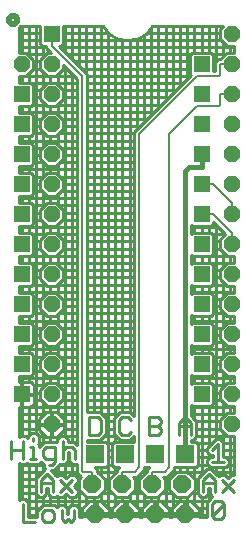
<source format=gbr>
G04 EAGLE Gerber RS-274X export*
G75*
%MOMM*%
%FSLAX34Y34*%
%LPD*%
%INTop Copper*%
%IPPOS*%
%AMOC8*
5,1,8,0,0,1.08239X$1,22.5*%
G01*
%ADD10C,0.406400*%
%ADD11C,0.254000*%
%ADD12P,1.429621X8X22.500000*%
%ADD13R,1.320800X1.320800*%
%ADD14R,1.524000X1.524000*%
%ADD15P,1.649562X8X22.500000*%
%ADD16C,0.381000*%
%ADD17C,0.203200*%


D10*
X-11212Y431800D02*
X-11210Y431919D01*
X-11204Y432039D01*
X-11194Y432158D01*
X-11180Y432276D01*
X-11162Y432394D01*
X-11141Y432512D01*
X-11115Y432628D01*
X-11086Y432744D01*
X-11052Y432859D01*
X-11015Y432972D01*
X-10974Y433084D01*
X-10930Y433195D01*
X-10882Y433305D01*
X-10830Y433412D01*
X-10775Y433518D01*
X-10716Y433622D01*
X-10653Y433724D01*
X-10588Y433823D01*
X-10519Y433921D01*
X-10447Y434016D01*
X-10372Y434109D01*
X-10293Y434199D01*
X-10212Y434287D01*
X-10128Y434371D01*
X-10041Y434453D01*
X-9952Y434532D01*
X-9860Y434608D01*
X-9765Y434681D01*
X-9668Y434751D01*
X-9569Y434817D01*
X-9467Y434880D01*
X-9364Y434940D01*
X-9259Y434996D01*
X-9152Y435049D01*
X-9043Y435098D01*
X-8932Y435144D01*
X-8820Y435185D01*
X-8707Y435223D01*
X-8593Y435258D01*
X-8477Y435288D01*
X-8361Y435315D01*
X-8244Y435337D01*
X-8126Y435356D01*
X-8007Y435371D01*
X-7888Y435382D01*
X-7769Y435389D01*
X-7650Y435392D01*
X-7530Y435391D01*
X-7411Y435386D01*
X-7292Y435377D01*
X-7173Y435364D01*
X-7055Y435347D01*
X-6938Y435327D01*
X-6821Y435302D01*
X-6705Y435273D01*
X-6590Y435241D01*
X-6476Y435205D01*
X-6363Y435165D01*
X-6252Y435121D01*
X-6143Y435074D01*
X-6035Y435023D01*
X-5928Y434969D01*
X-5824Y434911D01*
X-5722Y434849D01*
X-5621Y434785D01*
X-5523Y434716D01*
X-5427Y434645D01*
X-5334Y434571D01*
X-5243Y434493D01*
X-5155Y434413D01*
X-5070Y434329D01*
X-4987Y434243D01*
X-4907Y434154D01*
X-4830Y434063D01*
X-4757Y433969D01*
X-4686Y433872D01*
X-4619Y433774D01*
X-4555Y433673D01*
X-4494Y433570D01*
X-4437Y433465D01*
X-4384Y433359D01*
X-4334Y433250D01*
X-4287Y433140D01*
X-4245Y433029D01*
X-4206Y432916D01*
X-4170Y432802D01*
X-4139Y432686D01*
X-4112Y432570D01*
X-4088Y432453D01*
X-4068Y432335D01*
X-4052Y432217D01*
X-4040Y432098D01*
X-4032Y431979D01*
X-4028Y431860D01*
X-4028Y431740D01*
X-4032Y431621D01*
X-4040Y431502D01*
X-4052Y431383D01*
X-4068Y431265D01*
X-4088Y431147D01*
X-4112Y431030D01*
X-4139Y430914D01*
X-4170Y430798D01*
X-4206Y430684D01*
X-4245Y430571D01*
X-4287Y430460D01*
X-4334Y430350D01*
X-4384Y430241D01*
X-4437Y430135D01*
X-4494Y430030D01*
X-4555Y429927D01*
X-4619Y429826D01*
X-4686Y429728D01*
X-4757Y429631D01*
X-4830Y429537D01*
X-4907Y429446D01*
X-4987Y429357D01*
X-5070Y429271D01*
X-5155Y429187D01*
X-5243Y429107D01*
X-5334Y429029D01*
X-5427Y428955D01*
X-5523Y428884D01*
X-5621Y428815D01*
X-5722Y428751D01*
X-5824Y428689D01*
X-5928Y428631D01*
X-6035Y428577D01*
X-6143Y428526D01*
X-6252Y428479D01*
X-6363Y428435D01*
X-6476Y428395D01*
X-6590Y428359D01*
X-6705Y428327D01*
X-6821Y428298D01*
X-6938Y428273D01*
X-7055Y428253D01*
X-7173Y428236D01*
X-7292Y428223D01*
X-7411Y428214D01*
X-7530Y428209D01*
X-7650Y428208D01*
X-7769Y428211D01*
X-7888Y428218D01*
X-8007Y428229D01*
X-8126Y428244D01*
X-8244Y428263D01*
X-8361Y428285D01*
X-8477Y428312D01*
X-8593Y428342D01*
X-8707Y428377D01*
X-8820Y428415D01*
X-8932Y428456D01*
X-9043Y428502D01*
X-9152Y428551D01*
X-9259Y428604D01*
X-9364Y428660D01*
X-9467Y428720D01*
X-9569Y428783D01*
X-9668Y428849D01*
X-9765Y428919D01*
X-9860Y428992D01*
X-9952Y429068D01*
X-10041Y429147D01*
X-10128Y429229D01*
X-10212Y429313D01*
X-10293Y429401D01*
X-10372Y429491D01*
X-10447Y429584D01*
X-10519Y429679D01*
X-10588Y429777D01*
X-10653Y429876D01*
X-10716Y429978D01*
X-10775Y430082D01*
X-10830Y430188D01*
X-10882Y430295D01*
X-10930Y430405D01*
X-10974Y430516D01*
X-11015Y430628D01*
X-11052Y430741D01*
X-11086Y430856D01*
X-11115Y430972D01*
X-11141Y431088D01*
X-11162Y431206D01*
X-11180Y431324D01*
X-11194Y431442D01*
X-11204Y431561D01*
X-11210Y431681D01*
X-11212Y431800D01*
D11*
X57150Y95263D02*
X57150Y80010D01*
X64777Y80010D01*
X67319Y82552D01*
X67319Y92721D01*
X64777Y95263D01*
X57150Y95263D01*
X90177Y95263D02*
X92719Y92721D01*
X90177Y95263D02*
X85092Y95263D01*
X82550Y92721D01*
X82550Y82552D01*
X85092Y80010D01*
X90177Y80010D01*
X92719Y82552D01*
X107950Y80010D02*
X107950Y95263D01*
X115577Y95263D01*
X118119Y92721D01*
X118119Y90179D01*
X115577Y87637D01*
X118119Y85094D01*
X118119Y82552D01*
X115577Y80010D01*
X107950Y80010D01*
X107950Y87637D02*
X115577Y87637D01*
X133350Y90179D02*
X133350Y80010D01*
X133350Y90179D02*
X138434Y95263D01*
X143519Y90179D01*
X143519Y80010D01*
X143519Y87637D02*
X133350Y87637D01*
X16510Y41919D02*
X16510Y31750D01*
X16510Y41919D02*
X21594Y47003D01*
X26679Y41919D01*
X26679Y31750D01*
X26679Y39377D02*
X16510Y39377D01*
X32882Y41919D02*
X43050Y31750D01*
X32882Y31750D02*
X43050Y41919D01*
X-8890Y59690D02*
X-8890Y74943D01*
X-8890Y67317D02*
X1279Y67317D01*
X1279Y74943D02*
X1279Y59690D01*
X7482Y69859D02*
X10024Y69859D01*
X10024Y59690D01*
X7482Y59690D02*
X12566Y59690D01*
X10024Y74943D02*
X10024Y77485D01*
X23480Y54606D02*
X26022Y54606D01*
X28565Y57148D01*
X28565Y69859D01*
X20938Y69859D01*
X18396Y67317D01*
X18396Y62232D01*
X20938Y59690D01*
X28565Y59690D01*
X34768Y59690D02*
X34768Y74943D01*
X37310Y69859D02*
X34768Y67317D01*
X37310Y69859D02*
X42394Y69859D01*
X44936Y67317D01*
X44936Y59690D01*
X1270Y21603D02*
X1270Y6350D01*
X11439Y6350D01*
X20184Y6350D02*
X25268Y6350D01*
X27810Y8892D01*
X27810Y13977D01*
X25268Y16519D01*
X20184Y16519D01*
X17642Y13977D01*
X17642Y8892D01*
X20184Y6350D01*
X34013Y8892D02*
X34013Y16519D01*
X34013Y8892D02*
X36555Y6350D01*
X39097Y8892D01*
X41640Y6350D01*
X44182Y8892D01*
X44182Y16519D01*
X153670Y31750D02*
X153670Y41919D01*
X158754Y47003D01*
X163839Y41919D01*
X163839Y31750D01*
X163839Y39377D02*
X153670Y39377D01*
X170042Y41919D02*
X180210Y31750D01*
X170042Y31750D02*
X180210Y41919D01*
X161290Y67319D02*
X166374Y72403D01*
X166374Y57150D01*
X161290Y57150D02*
X171459Y57150D01*
X161290Y21601D02*
X161290Y11432D01*
X161290Y21601D02*
X163832Y24143D01*
X168917Y24143D01*
X171459Y21601D01*
X171459Y11432D01*
X168917Y8890D01*
X163832Y8890D01*
X161290Y11432D01*
X171459Y21601D01*
D12*
X0Y393700D03*
D13*
X0Y368300D03*
X0Y342900D03*
X0Y317500D03*
X0Y292100D03*
X0Y266700D03*
X0Y241300D03*
X0Y215900D03*
X0Y190500D03*
X0Y165100D03*
X0Y139700D03*
X0Y114300D03*
X152400Y114300D03*
X152400Y139700D03*
X152400Y165100D03*
X152400Y190500D03*
X152400Y215900D03*
X152400Y241300D03*
X152400Y266700D03*
X152400Y292100D03*
X152400Y317500D03*
X152400Y342900D03*
X152400Y368300D03*
X152400Y393700D03*
X25400Y419100D03*
D12*
X25400Y393700D03*
X25400Y368300D03*
X25400Y342900D03*
X25400Y317500D03*
X25400Y292100D03*
X25400Y266700D03*
X25400Y241300D03*
X25400Y215900D03*
X25400Y190500D03*
X25400Y165100D03*
X25400Y139700D03*
X25400Y114300D03*
X25400Y88900D03*
X177800Y88900D03*
X177800Y114300D03*
X177800Y139700D03*
X177800Y165100D03*
X177800Y190500D03*
X177800Y215900D03*
X177800Y241300D03*
X177800Y266700D03*
X177800Y292100D03*
X177800Y317500D03*
X177800Y342900D03*
X177800Y368300D03*
X177800Y393700D03*
X177800Y419100D03*
D14*
X138430Y63500D03*
D15*
X135890Y38100D03*
X138430Y12700D03*
D14*
X113030Y63500D03*
D15*
X110490Y38100D03*
X113030Y12700D03*
D14*
X87630Y63500D03*
D15*
X85090Y38100D03*
X87630Y12700D03*
D14*
X62230Y63500D03*
D15*
X59690Y38100D03*
X62230Y12700D03*
D11*
X35306Y389597D02*
X35306Y393410D01*
X46914Y381802D01*
X46914Y71804D01*
X46830Y71888D01*
X44288Y74431D01*
X39339Y74431D01*
X39339Y76837D01*
X36661Y79515D01*
X32874Y79515D01*
X30196Y76837D01*
X30196Y74431D01*
X19044Y74431D01*
X17279Y72665D01*
X16366Y71752D01*
X16366Y71752D01*
X15589Y70976D01*
X14596Y69982D01*
X14596Y71752D01*
X13947Y72401D01*
X14596Y73049D01*
X14596Y79379D01*
X11918Y82057D01*
X8130Y82057D01*
X5452Y79379D01*
X5452Y77236D01*
X3172Y79515D01*
X-615Y79515D01*
X-1778Y78352D01*
X-1778Y103886D01*
X-762Y103886D01*
X-762Y113538D01*
X762Y113538D01*
X762Y103886D01*
X7106Y103886D01*
X8075Y104146D01*
X8943Y104647D01*
X9653Y105357D01*
X10154Y106225D01*
X10414Y107194D01*
X10414Y113538D01*
X762Y113538D01*
X762Y115062D01*
X10414Y115062D01*
X10414Y121406D01*
X10154Y122375D01*
X9653Y123243D01*
X8943Y123953D01*
X8075Y124454D01*
X7106Y124714D01*
X762Y124714D01*
X762Y115062D01*
X-762Y115062D01*
X-762Y124714D01*
X-1778Y124714D01*
X-1778Y129794D01*
X7972Y129794D01*
X9906Y131728D01*
X9906Y147672D01*
X7972Y149606D01*
X-1778Y149606D01*
X-1778Y155194D01*
X7972Y155194D01*
X9906Y157128D01*
X9906Y173072D01*
X7972Y175006D01*
X-1778Y175006D01*
X-1778Y180594D01*
X7972Y180594D01*
X9906Y182528D01*
X9906Y198472D01*
X7972Y200406D01*
X-1778Y200406D01*
X-1778Y205994D01*
X7972Y205994D01*
X9906Y207928D01*
X9906Y223872D01*
X7972Y225806D01*
X-1778Y225806D01*
X-1778Y231394D01*
X7972Y231394D01*
X9906Y233328D01*
X9906Y249272D01*
X7972Y251206D01*
X-1778Y251206D01*
X-1778Y256794D01*
X7972Y256794D01*
X9906Y258728D01*
X9906Y274672D01*
X7972Y276606D01*
X-1778Y276606D01*
X-1778Y282194D01*
X7972Y282194D01*
X9906Y284128D01*
X9906Y300072D01*
X7972Y302006D01*
X-1778Y302006D01*
X-1778Y307594D01*
X7972Y307594D01*
X9906Y309528D01*
X9906Y325472D01*
X7972Y327406D01*
X-1778Y327406D01*
X-1778Y332994D01*
X7972Y332994D01*
X9906Y334928D01*
X9906Y350872D01*
X7972Y352806D01*
X-1778Y352806D01*
X-1778Y358394D01*
X7972Y358394D01*
X9906Y360328D01*
X9906Y376272D01*
X7972Y378206D01*
X-1778Y378206D01*
X-1778Y383794D01*
X4103Y383794D01*
X9906Y389597D01*
X9906Y397803D01*
X4103Y403606D01*
X-1778Y403606D01*
X-1778Y425551D01*
X-1218Y425958D01*
X15494Y425958D01*
X15494Y411128D01*
X17428Y409194D01*
X21082Y409194D01*
X21082Y407634D01*
X25110Y403606D01*
X21297Y403606D01*
X15494Y397803D01*
X15494Y389597D01*
X21297Y383794D01*
X29503Y383794D01*
X35306Y389597D01*
X26162Y99314D02*
X26162Y89662D01*
X24638Y89662D01*
X24638Y99314D01*
X21086Y99314D01*
X14986Y93214D01*
X14986Y89662D01*
X24638Y89662D01*
X24638Y88138D01*
X14986Y88138D01*
X14986Y84586D01*
X21086Y78486D01*
X24638Y78486D01*
X24638Y88138D01*
X26162Y88138D01*
X26162Y78486D01*
X29714Y78486D01*
X35814Y84586D01*
X35814Y88138D01*
X26162Y88138D01*
X26162Y89662D01*
X35814Y89662D01*
X35814Y93214D01*
X29714Y99314D01*
X26162Y99314D01*
X35306Y364197D02*
X35306Y372403D01*
X29503Y378206D01*
X21297Y378206D01*
X15494Y372403D01*
X15494Y364197D01*
X21297Y358394D01*
X29503Y358394D01*
X35306Y364197D01*
X35306Y347003D02*
X35306Y338797D01*
X35306Y347003D02*
X29503Y352806D01*
X21297Y352806D01*
X15494Y347003D01*
X15494Y338797D01*
X21297Y332994D01*
X29503Y332994D01*
X35306Y338797D01*
X35306Y321603D02*
X35306Y313397D01*
X35306Y321603D02*
X29503Y327406D01*
X21297Y327406D01*
X15494Y321603D01*
X15494Y313397D01*
X21297Y307594D01*
X29503Y307594D01*
X35306Y313397D01*
X35306Y296203D02*
X35306Y287997D01*
X35306Y296203D02*
X29503Y302006D01*
X21297Y302006D01*
X15494Y296203D01*
X15494Y287997D01*
X21297Y282194D01*
X29503Y282194D01*
X35306Y287997D01*
X35306Y270803D02*
X35306Y262597D01*
X35306Y270803D02*
X29503Y276606D01*
X21297Y276606D01*
X15494Y270803D01*
X15494Y262597D01*
X21297Y256794D01*
X29503Y256794D01*
X35306Y262597D01*
X35306Y245403D02*
X35306Y237197D01*
X35306Y245403D02*
X29503Y251206D01*
X21297Y251206D01*
X15494Y245403D01*
X15494Y237197D01*
X21297Y231394D01*
X29503Y231394D01*
X35306Y237197D01*
X35306Y220003D02*
X35306Y211797D01*
X35306Y220003D02*
X29503Y225806D01*
X21297Y225806D01*
X15494Y220003D01*
X15494Y211797D01*
X21297Y205994D01*
X29503Y205994D01*
X35306Y211797D01*
X35306Y194603D02*
X35306Y186397D01*
X35306Y194603D02*
X29503Y200406D01*
X21297Y200406D01*
X15494Y194603D01*
X15494Y186397D01*
X21297Y180594D01*
X29503Y180594D01*
X35306Y186397D01*
X35306Y169203D02*
X35306Y160997D01*
X35306Y169203D02*
X29503Y175006D01*
X21297Y175006D01*
X15494Y169203D01*
X15494Y160997D01*
X21297Y155194D01*
X29503Y155194D01*
X35306Y160997D01*
X35306Y143803D02*
X35306Y135597D01*
X35306Y143803D02*
X29503Y149606D01*
X21297Y149606D01*
X15494Y143803D01*
X15494Y135597D01*
X21297Y129794D01*
X29503Y129794D01*
X35306Y135597D01*
X35306Y118403D02*
X35306Y110197D01*
X35306Y118403D02*
X29503Y124206D01*
X21297Y124206D01*
X15494Y118403D01*
X15494Y110197D01*
X21297Y104394D01*
X29503Y104394D01*
X35306Y110197D01*
X33372Y409194D02*
X31736Y409194D01*
X33372Y409194D02*
X35306Y411128D01*
X35306Y425958D01*
X68819Y425958D01*
X73912Y419888D01*
X73912Y419888D01*
X73912Y419888D01*
X81282Y415633D01*
X81282Y415633D01*
X89662Y414156D01*
X89662Y414156D01*
X98042Y415633D01*
X98042Y415633D01*
X105412Y419888D01*
X105412Y419888D01*
X110505Y425958D01*
X170649Y425958D01*
X167894Y423203D01*
X167894Y414997D01*
X173697Y409194D01*
X179578Y409194D01*
X179578Y403606D01*
X173697Y403606D01*
X168109Y398018D01*
X166334Y398018D01*
X163805Y395489D01*
X163805Y388341D01*
X162306Y388341D01*
X162306Y401672D01*
X160372Y403606D01*
X144428Y403606D01*
X142494Y401672D01*
X142494Y385728D01*
X143481Y384741D01*
X95476Y336736D01*
X95453Y336713D01*
X95453Y336713D01*
X95453Y334942D01*
X95453Y96452D01*
X94748Y97157D01*
X92070Y99835D01*
X83198Y99835D01*
X81433Y98070D01*
X80520Y97157D01*
X80520Y97157D01*
X79743Y96380D01*
X77978Y94615D01*
X77978Y80658D01*
X80520Y78116D01*
X83198Y75438D01*
X92070Y75438D01*
X93785Y77153D01*
X95453Y78821D01*
X95453Y74422D01*
X78642Y74422D01*
X76708Y72488D01*
X76708Y54512D01*
X78642Y52578D01*
X82768Y52578D01*
X80772Y50582D01*
X80772Y49022D01*
X80566Y49022D01*
X74168Y42624D01*
X74168Y33576D01*
X80566Y27178D01*
X89614Y27178D01*
X96012Y33576D01*
X96012Y42624D01*
X94161Y44475D01*
X97572Y44475D01*
X100101Y47004D01*
X104089Y50992D01*
X104089Y52578D01*
X108168Y52578D01*
X106172Y50582D01*
X106172Y49022D01*
X105966Y49022D01*
X99568Y42624D01*
X99568Y33576D01*
X105966Y27178D01*
X115014Y27178D01*
X121412Y33576D01*
X121412Y42624D01*
X119561Y44475D01*
X122972Y44475D01*
X125501Y47004D01*
X129489Y50992D01*
X129489Y52578D01*
X147418Y52578D01*
X149352Y54512D01*
X149352Y72488D01*
X147418Y74422D01*
X143637Y74422D01*
X143637Y75438D01*
X145412Y75438D01*
X148091Y78116D01*
X148091Y92072D01*
X145412Y94751D01*
X143637Y96526D01*
X143637Y105185D01*
X144428Y104394D01*
X160372Y104394D01*
X162306Y106328D01*
X162306Y122272D01*
X160372Y124206D01*
X144428Y124206D01*
X143637Y123415D01*
X143637Y130585D01*
X144428Y129794D01*
X160372Y129794D01*
X162306Y131728D01*
X162306Y147672D01*
X160372Y149606D01*
X144428Y149606D01*
X143637Y148815D01*
X143637Y155985D01*
X144428Y155194D01*
X160372Y155194D01*
X162306Y157128D01*
X162306Y173072D01*
X160372Y175006D01*
X144428Y175006D01*
X143637Y174215D01*
X143637Y181385D01*
X144428Y180594D01*
X160372Y180594D01*
X162306Y182528D01*
X162306Y198472D01*
X160372Y200406D01*
X144428Y200406D01*
X143637Y199615D01*
X143637Y206785D01*
X144428Y205994D01*
X160372Y205994D01*
X162306Y207928D01*
X162306Y223872D01*
X160372Y225806D01*
X144428Y225806D01*
X143637Y225015D01*
X143637Y232185D01*
X144428Y231394D01*
X160372Y231394D01*
X162306Y233328D01*
X162306Y249272D01*
X160372Y251206D01*
X144428Y251206D01*
X143637Y250415D01*
X143637Y257585D01*
X144428Y256794D01*
X160372Y256794D01*
X162306Y258728D01*
X162306Y260364D01*
X172581Y250090D01*
X167894Y245403D01*
X167894Y237197D01*
X173697Y231394D01*
X179578Y231394D01*
X179578Y225806D01*
X173697Y225806D01*
X167894Y220003D01*
X167894Y211797D01*
X173697Y205994D01*
X179578Y205994D01*
X179578Y200406D01*
X173697Y200406D01*
X167894Y194603D01*
X167894Y186397D01*
X173697Y180594D01*
X179578Y180594D01*
X179578Y175006D01*
X173697Y175006D01*
X167894Y169203D01*
X167894Y160997D01*
X173697Y155194D01*
X179578Y155194D01*
X179578Y149606D01*
X173697Y149606D01*
X167894Y143803D01*
X167894Y135597D01*
X173697Y129794D01*
X179578Y129794D01*
X179578Y124206D01*
X173697Y124206D01*
X167894Y118403D01*
X167894Y110197D01*
X173697Y104394D01*
X179578Y104394D01*
X179578Y98806D01*
X173697Y98806D01*
X167894Y93003D01*
X167894Y84797D01*
X173697Y78994D01*
X179578Y78994D01*
X179578Y46491D01*
X178316Y46491D01*
X175126Y43300D01*
X171935Y46491D01*
X168148Y46491D01*
X166940Y45283D01*
X165732Y46491D01*
X160648Y51575D01*
X156861Y51575D01*
X154182Y48897D01*
X149098Y43812D01*
X149098Y29856D01*
X151776Y27178D01*
X155564Y27178D01*
X158242Y29856D01*
X158242Y34805D01*
X159267Y34805D01*
X159267Y29856D01*
X161173Y27950D01*
X160223Y27000D01*
X159260Y26037D01*
X159260Y26037D01*
X158433Y25209D01*
X156718Y23495D01*
X156718Y10922D01*
X149860Y10922D01*
X149860Y11430D01*
X139700Y11430D01*
X139700Y13970D01*
X149860Y13970D01*
X149860Y17434D01*
X143164Y24130D01*
X139700Y24130D01*
X139700Y13970D01*
X137160Y13970D01*
X137160Y24130D01*
X133696Y24130D01*
X127000Y17434D01*
X127000Y13970D01*
X137160Y13970D01*
X137160Y11430D01*
X127000Y11430D01*
X127000Y10922D01*
X124460Y10922D01*
X124460Y11430D01*
X114300Y11430D01*
X114300Y13970D01*
X124460Y13970D01*
X124460Y17434D01*
X117764Y24130D01*
X114300Y24130D01*
X114300Y13970D01*
X111760Y13970D01*
X111760Y24130D01*
X108296Y24130D01*
X101600Y17434D01*
X101600Y13970D01*
X111760Y13970D01*
X111760Y11430D01*
X101600Y11430D01*
X101600Y10922D01*
X99060Y10922D01*
X99060Y11430D01*
X88900Y11430D01*
X88900Y13970D01*
X99060Y13970D01*
X99060Y17434D01*
X92364Y24130D01*
X88900Y24130D01*
X88900Y13970D01*
X86360Y13970D01*
X86360Y24130D01*
X82896Y24130D01*
X76200Y17434D01*
X76200Y13970D01*
X86360Y13970D01*
X86360Y11430D01*
X76200Y11430D01*
X76200Y10922D01*
X73660Y10922D01*
X73660Y11430D01*
X63500Y11430D01*
X63500Y13970D01*
X73660Y13970D01*
X73660Y17434D01*
X66964Y24130D01*
X63500Y24130D01*
X63500Y13970D01*
X60960Y13970D01*
X60960Y24130D01*
X57496Y24130D01*
X50800Y17434D01*
X50800Y13970D01*
X60960Y13970D01*
X60960Y11430D01*
X50800Y11430D01*
X50800Y10922D01*
X48754Y10922D01*
X48754Y18412D01*
X46076Y21091D01*
X42288Y21091D01*
X39610Y18412D01*
X39610Y13464D01*
X38585Y13464D01*
X38585Y18412D01*
X35907Y21091D01*
X32119Y21091D01*
X29641Y18612D01*
X27162Y21091D01*
X18290Y21091D01*
X16525Y19325D01*
X15612Y18412D01*
X15612Y18412D01*
X14835Y17636D01*
X13070Y15870D01*
X13070Y10922D01*
X5842Y10922D01*
X5842Y23497D01*
X3164Y26175D01*
X-624Y26175D01*
X-1778Y25021D01*
X-1778Y56281D01*
X-615Y55118D01*
X3172Y55118D01*
X4380Y56326D01*
X5588Y55118D01*
X14460Y55118D01*
X16752Y57410D01*
X18908Y55254D01*
X18908Y52712D01*
X20045Y51575D01*
X19701Y51575D01*
X17022Y48897D01*
X11938Y43812D01*
X11938Y29856D01*
X14616Y27178D01*
X18404Y27178D01*
X21082Y29856D01*
X21082Y34805D01*
X22107Y34805D01*
X22107Y29856D01*
X24785Y27178D01*
X28572Y27178D01*
X29780Y28386D01*
X30988Y27178D01*
X34775Y27178D01*
X37966Y30369D01*
X41156Y27178D01*
X44944Y27178D01*
X47622Y29856D01*
X47622Y33644D01*
X44432Y36834D01*
X47622Y40025D01*
X47622Y43812D01*
X44944Y46491D01*
X41156Y46491D01*
X37966Y43300D01*
X34775Y46491D01*
X30988Y46491D01*
X29780Y45283D01*
X28572Y46491D01*
X25029Y50034D01*
X27916Y50034D01*
X30458Y52576D01*
X33001Y55118D01*
X36661Y55118D01*
X39339Y57796D01*
X39339Y65287D01*
X40364Y65287D01*
X40364Y57796D01*
X43042Y55118D01*
X46830Y55118D01*
X46914Y55202D01*
X46914Y47563D01*
X47473Y47004D01*
X50002Y44475D01*
X50619Y44475D01*
X48768Y42624D01*
X48768Y33576D01*
X55166Y27178D01*
X64214Y27178D01*
X70612Y33576D01*
X70612Y42624D01*
X64214Y49022D01*
X64008Y49022D01*
X64008Y50582D01*
X62012Y52578D01*
X71218Y52578D01*
X73152Y54512D01*
X73152Y72488D01*
X71218Y74422D01*
X55550Y74422D01*
X55550Y75438D01*
X66670Y75438D01*
X68385Y77153D01*
X69212Y77980D01*
X69212Y77980D01*
X70176Y78943D01*
X71891Y80658D01*
X71891Y94615D01*
X69348Y97157D01*
X66670Y99835D01*
X55550Y99835D01*
X55550Y385380D01*
X53021Y387909D01*
X31736Y409194D01*
X156718Y69212D02*
X156718Y65425D01*
X159396Y62747D01*
X161802Y62747D01*
X161802Y61722D01*
X159396Y61722D01*
X156718Y59044D01*
X156718Y55256D01*
X159396Y52578D01*
X173352Y52578D01*
X176031Y55256D01*
X176031Y59044D01*
X173352Y61722D01*
X170946Y61722D01*
X170946Y74297D01*
X168268Y76975D01*
X164481Y76975D01*
X161802Y74297D01*
X156718Y69212D01*
X146812Y42624D02*
X146812Y33576D01*
X146812Y42624D02*
X140414Y49022D01*
X131366Y49022D01*
X124968Y42624D01*
X124968Y33576D01*
X131366Y27178D01*
X140414Y27178D01*
X146812Y33576D01*
X13070Y12192D02*
X5842Y12192D01*
X48754Y12192D02*
X60960Y12192D01*
X63500Y12192D02*
X86360Y12192D01*
X88900Y12192D02*
X111760Y12192D01*
X114300Y12192D02*
X137160Y12192D01*
X139700Y12192D02*
X156718Y12192D01*
X15487Y18288D02*
X5842Y18288D01*
X38585Y18288D02*
X39610Y18288D01*
X48754Y18288D02*
X51654Y18288D01*
X60960Y18288D02*
X63500Y18288D01*
X72806Y18288D02*
X77054Y18288D01*
X86360Y18288D02*
X88900Y18288D01*
X98206Y18288D02*
X102454Y18288D01*
X111760Y18288D02*
X114300Y18288D01*
X123606Y18288D02*
X127854Y18288D01*
X137160Y18288D02*
X139700Y18288D01*
X149006Y18288D02*
X156718Y18288D01*
X157607Y24384D02*
X4955Y24384D01*
X-1778Y30480D02*
X11938Y30480D01*
X21082Y30480D02*
X22107Y30480D01*
X47622Y30480D02*
X51864Y30480D01*
X67516Y30480D02*
X77264Y30480D01*
X92916Y30480D02*
X102664Y30480D01*
X118316Y30480D02*
X128064Y30480D01*
X143716Y30480D02*
X149098Y30480D01*
X158242Y30480D02*
X159267Y30480D01*
X11938Y36576D02*
X-1778Y36576D01*
X44690Y36576D02*
X48768Y36576D01*
X70612Y36576D02*
X74168Y36576D01*
X96012Y36576D02*
X99568Y36576D01*
X121412Y36576D02*
X124968Y36576D01*
X146812Y36576D02*
X149098Y36576D01*
X11938Y42672D02*
X-1778Y42672D01*
X47622Y42672D02*
X48816Y42672D01*
X70564Y42672D02*
X74216Y42672D01*
X95964Y42672D02*
X99616Y42672D01*
X121364Y42672D02*
X125016Y42672D01*
X146764Y42672D02*
X149098Y42672D01*
X16894Y48768D02*
X-1778Y48768D01*
X26295Y48768D02*
X46914Y48768D01*
X64468Y48768D02*
X80312Y48768D01*
X101865Y48768D02*
X105712Y48768D01*
X127265Y48768D02*
X131112Y48768D01*
X140668Y48768D02*
X154054Y48768D01*
X163455Y48768D02*
X179578Y48768D01*
X18908Y54864D02*
X-1778Y54864D01*
X32747Y54864D02*
X46914Y54864D01*
X73152Y54864D02*
X76708Y54864D01*
X149352Y54864D02*
X157110Y54864D01*
X175638Y54864D02*
X179578Y54864D01*
X40364Y60960D02*
X39339Y60960D01*
X73152Y60960D02*
X76708Y60960D01*
X149352Y60960D02*
X158634Y60960D01*
X174114Y60960D02*
X179578Y60960D01*
X76708Y67056D02*
X73152Y67056D01*
X149352Y67056D02*
X156718Y67056D01*
X170946Y67056D02*
X179578Y67056D01*
X17766Y73152D02*
X14596Y73152D01*
X45566Y73152D02*
X46914Y73152D01*
X72488Y73152D02*
X77372Y73152D01*
X148688Y73152D02*
X160658Y73152D01*
X170946Y73152D02*
X179578Y73152D01*
X-882Y79248D02*
X-1778Y79248D01*
X3439Y79248D02*
X5452Y79248D01*
X14596Y79248D02*
X20324Y79248D01*
X24638Y79248D02*
X26162Y79248D01*
X30476Y79248D02*
X32607Y79248D01*
X36928Y79248D02*
X46914Y79248D01*
X70480Y79248D02*
X79388Y79248D01*
X148091Y79248D02*
X173443Y79248D01*
X14986Y85344D02*
X-1778Y85344D01*
X24638Y85344D02*
X26162Y85344D01*
X35814Y85344D02*
X46914Y85344D01*
X71891Y85344D02*
X77978Y85344D01*
X148091Y85344D02*
X167894Y85344D01*
X14986Y91440D02*
X-1778Y91440D01*
X24638Y91440D02*
X26162Y91440D01*
X35814Y91440D02*
X46914Y91440D01*
X71891Y91440D02*
X77978Y91440D01*
X148091Y91440D02*
X167894Y91440D01*
X19308Y97536D02*
X-1778Y97536D01*
X24638Y97536D02*
X26162Y97536D01*
X31492Y97536D02*
X46914Y97536D01*
X68969Y97536D02*
X80899Y97536D01*
X94369Y97536D02*
X95453Y97536D01*
X143637Y97536D02*
X172427Y97536D01*
X46914Y103632D02*
X-1778Y103632D01*
X55550Y103632D02*
X95453Y103632D01*
X143637Y103632D02*
X179578Y103632D01*
X762Y109728D02*
X-762Y109728D01*
X10414Y109728D02*
X15963Y109728D01*
X34837Y109728D02*
X46914Y109728D01*
X55550Y109728D02*
X95453Y109728D01*
X162306Y109728D02*
X168363Y109728D01*
X762Y115824D02*
X-762Y115824D01*
X10414Y115824D02*
X15494Y115824D01*
X35306Y115824D02*
X46914Y115824D01*
X55550Y115824D02*
X95453Y115824D01*
X162306Y115824D02*
X167894Y115824D01*
X762Y121920D02*
X-762Y121920D01*
X10276Y121920D02*
X19011Y121920D01*
X31789Y121920D02*
X46914Y121920D01*
X55550Y121920D02*
X95453Y121920D01*
X162306Y121920D02*
X171411Y121920D01*
X46914Y128016D02*
X-1778Y128016D01*
X55550Y128016D02*
X95453Y128016D01*
X143637Y128016D02*
X179578Y128016D01*
X16979Y134112D02*
X9906Y134112D01*
X33821Y134112D02*
X46914Y134112D01*
X55550Y134112D02*
X95453Y134112D01*
X162306Y134112D02*
X169379Y134112D01*
X15494Y140208D02*
X9906Y140208D01*
X35306Y140208D02*
X46914Y140208D01*
X55550Y140208D02*
X95453Y140208D01*
X162306Y140208D02*
X167894Y140208D01*
X17995Y146304D02*
X9906Y146304D01*
X32805Y146304D02*
X46914Y146304D01*
X55550Y146304D02*
X95453Y146304D01*
X162306Y146304D02*
X170395Y146304D01*
X46914Y152400D02*
X-1778Y152400D01*
X55550Y152400D02*
X95453Y152400D01*
X143637Y152400D02*
X179578Y152400D01*
X17995Y158496D02*
X9906Y158496D01*
X32805Y158496D02*
X46914Y158496D01*
X55550Y158496D02*
X95453Y158496D01*
X162306Y158496D02*
X170395Y158496D01*
X15494Y164592D02*
X9906Y164592D01*
X35306Y164592D02*
X46914Y164592D01*
X55550Y164592D02*
X95453Y164592D01*
X162306Y164592D02*
X167894Y164592D01*
X16979Y170688D02*
X9906Y170688D01*
X33821Y170688D02*
X46914Y170688D01*
X55550Y170688D02*
X95453Y170688D01*
X162306Y170688D02*
X169379Y170688D01*
X46914Y176784D02*
X-1778Y176784D01*
X55550Y176784D02*
X95453Y176784D01*
X143637Y176784D02*
X179578Y176784D01*
X19011Y182880D02*
X9906Y182880D01*
X31789Y182880D02*
X46914Y182880D01*
X55550Y182880D02*
X95453Y182880D01*
X162306Y182880D02*
X171411Y182880D01*
X15494Y188976D02*
X9906Y188976D01*
X35306Y188976D02*
X46914Y188976D01*
X55550Y188976D02*
X95453Y188976D01*
X162306Y188976D02*
X167894Y188976D01*
X15963Y195072D02*
X9906Y195072D01*
X34837Y195072D02*
X46914Y195072D01*
X55550Y195072D02*
X95453Y195072D01*
X162306Y195072D02*
X168363Y195072D01*
X46914Y201168D02*
X-1778Y201168D01*
X55550Y201168D02*
X95453Y201168D01*
X143637Y201168D02*
X179578Y201168D01*
X20027Y207264D02*
X9242Y207264D01*
X30773Y207264D02*
X46914Y207264D01*
X55550Y207264D02*
X95453Y207264D01*
X161642Y207264D02*
X172427Y207264D01*
X15494Y213360D02*
X9906Y213360D01*
X35306Y213360D02*
X46914Y213360D01*
X55550Y213360D02*
X95453Y213360D01*
X162306Y213360D02*
X167894Y213360D01*
X15494Y219456D02*
X9906Y219456D01*
X35306Y219456D02*
X46914Y219456D01*
X55550Y219456D02*
X95453Y219456D01*
X162306Y219456D02*
X167894Y219456D01*
X21043Y225552D02*
X8226Y225552D01*
X29757Y225552D02*
X46914Y225552D01*
X55550Y225552D02*
X95453Y225552D01*
X143637Y225552D02*
X144174Y225552D01*
X160626Y225552D02*
X173443Y225552D01*
X21043Y231648D02*
X8226Y231648D01*
X29757Y231648D02*
X46914Y231648D01*
X55550Y231648D02*
X95453Y231648D01*
X143637Y231648D02*
X144174Y231648D01*
X160626Y231648D02*
X173443Y231648D01*
X15494Y237744D02*
X9906Y237744D01*
X35306Y237744D02*
X46914Y237744D01*
X55550Y237744D02*
X95453Y237744D01*
X162306Y237744D02*
X167894Y237744D01*
X15494Y243840D02*
X9906Y243840D01*
X35306Y243840D02*
X46914Y243840D01*
X55550Y243840D02*
X95453Y243840D01*
X162306Y243840D02*
X167894Y243840D01*
X20027Y249936D02*
X9242Y249936D01*
X30773Y249936D02*
X46914Y249936D01*
X55550Y249936D02*
X95453Y249936D01*
X161642Y249936D02*
X172427Y249936D01*
X46914Y256032D02*
X-1778Y256032D01*
X55550Y256032D02*
X95453Y256032D01*
X143637Y256032D02*
X166638Y256032D01*
X15963Y262128D02*
X9906Y262128D01*
X34837Y262128D02*
X46914Y262128D01*
X55550Y262128D02*
X95453Y262128D01*
X15494Y268224D02*
X9906Y268224D01*
X35306Y268224D02*
X46914Y268224D01*
X55550Y268224D02*
X95453Y268224D01*
X19011Y274320D02*
X9906Y274320D01*
X31789Y274320D02*
X46914Y274320D01*
X55550Y274320D02*
X95453Y274320D01*
X46914Y280416D02*
X-1778Y280416D01*
X55550Y280416D02*
X95453Y280416D01*
X16979Y286512D02*
X9906Y286512D01*
X33821Y286512D02*
X46914Y286512D01*
X55550Y286512D02*
X95453Y286512D01*
X15494Y292608D02*
X9906Y292608D01*
X35306Y292608D02*
X46914Y292608D01*
X55550Y292608D02*
X95453Y292608D01*
X17995Y298704D02*
X9906Y298704D01*
X32805Y298704D02*
X46914Y298704D01*
X55550Y298704D02*
X95453Y298704D01*
X46914Y304800D02*
X-1778Y304800D01*
X55550Y304800D02*
X95453Y304800D01*
X17995Y310896D02*
X9906Y310896D01*
X32805Y310896D02*
X46914Y310896D01*
X55550Y310896D02*
X95453Y310896D01*
X15494Y316992D02*
X9906Y316992D01*
X35306Y316992D02*
X46914Y316992D01*
X55550Y316992D02*
X95453Y316992D01*
X16979Y323088D02*
X9906Y323088D01*
X33821Y323088D02*
X46914Y323088D01*
X55550Y323088D02*
X95453Y323088D01*
X46914Y329184D02*
X-1778Y329184D01*
X55550Y329184D02*
X95453Y329184D01*
X19011Y335280D02*
X9906Y335280D01*
X31789Y335280D02*
X46914Y335280D01*
X55550Y335280D02*
X95453Y335280D01*
X15494Y341376D02*
X9906Y341376D01*
X35306Y341376D02*
X46914Y341376D01*
X55550Y341376D02*
X100116Y341376D01*
X15963Y347472D02*
X9906Y347472D01*
X34837Y347472D02*
X46914Y347472D01*
X55550Y347472D02*
X106212Y347472D01*
X46914Y353568D02*
X-1778Y353568D01*
X55550Y353568D02*
X112308Y353568D01*
X20027Y359664D02*
X9242Y359664D01*
X30773Y359664D02*
X46914Y359664D01*
X55550Y359664D02*
X118404Y359664D01*
X15494Y365760D02*
X9906Y365760D01*
X35306Y365760D02*
X46914Y365760D01*
X55550Y365760D02*
X124500Y365760D01*
X15494Y371856D02*
X9906Y371856D01*
X35306Y371856D02*
X46914Y371856D01*
X55550Y371856D02*
X130596Y371856D01*
X21043Y377952D02*
X8226Y377952D01*
X29757Y377952D02*
X46914Y377952D01*
X55550Y377952D02*
X136692Y377952D01*
X21043Y384048D02*
X4357Y384048D01*
X29757Y384048D02*
X44668Y384048D01*
X55550Y384048D02*
X142788Y384048D01*
X15494Y390144D02*
X9906Y390144D01*
X35306Y390144D02*
X38572Y390144D01*
X50786Y390144D02*
X142494Y390144D01*
X162306Y390144D02*
X163805Y390144D01*
X15494Y396240D02*
X9906Y396240D01*
X44690Y396240D02*
X142494Y396240D01*
X162306Y396240D02*
X164556Y396240D01*
X20027Y402336D02*
X5373Y402336D01*
X38594Y402336D02*
X143158Y402336D01*
X161642Y402336D02*
X172427Y402336D01*
X21082Y408432D02*
X-1778Y408432D01*
X32498Y408432D02*
X179578Y408432D01*
X15494Y414528D02*
X-1778Y414528D01*
X35306Y414528D02*
X87551Y414528D01*
X91773Y414528D02*
X168363Y414528D01*
X15494Y420624D02*
X-1778Y420624D01*
X35306Y420624D02*
X73295Y420624D01*
X106029Y420624D02*
X167894Y420624D01*
X0Y55118D02*
X0Y26175D01*
X0Y79515D02*
X0Y113538D01*
X0Y115062D02*
X0Y129794D01*
X0Y149606D02*
X0Y155194D01*
X0Y175006D02*
X0Y180594D01*
X0Y200406D02*
X0Y205994D01*
X0Y225806D02*
X0Y231394D01*
X0Y251206D02*
X0Y256794D01*
X0Y276606D02*
X0Y282194D01*
X0Y302006D02*
X0Y307594D01*
X0Y327406D02*
X0Y332994D01*
X0Y352806D02*
X0Y358394D01*
X0Y378206D02*
X0Y383794D01*
X0Y403606D02*
X0Y425958D01*
X6096Y55118D02*
X6096Y10922D01*
X6096Y80023D02*
X6096Y103886D01*
X6096Y113538D02*
X6096Y115062D01*
X6096Y124714D02*
X6096Y129794D01*
X6096Y149606D02*
X6096Y155194D01*
X6096Y175006D02*
X6096Y180594D01*
X6096Y200406D02*
X6096Y205994D01*
X6096Y225806D02*
X6096Y231394D01*
X6096Y251206D02*
X6096Y256794D01*
X6096Y276606D02*
X6096Y282194D01*
X6096Y302006D02*
X6096Y307594D01*
X6096Y327406D02*
X6096Y332994D01*
X6096Y352806D02*
X6096Y358394D01*
X6096Y378206D02*
X6096Y385787D01*
X6096Y401613D02*
X6096Y425958D01*
X12192Y29602D02*
X12192Y10922D01*
X12192Y44066D02*
X12192Y55118D01*
X12192Y81783D02*
X12192Y425958D01*
X18288Y27178D02*
X18288Y21089D01*
X18288Y50162D02*
X18288Y55874D01*
X18288Y73674D02*
X18288Y81284D01*
X18288Y88138D02*
X18288Y89662D01*
X18288Y96516D02*
X18288Y107403D01*
X18288Y121197D02*
X18288Y132803D01*
X18288Y146597D02*
X18288Y158203D01*
X18288Y171997D02*
X18288Y183603D01*
X18288Y197397D02*
X18288Y209003D01*
X18288Y222797D02*
X18288Y234403D01*
X18288Y248197D02*
X18288Y259803D01*
X18288Y273597D02*
X18288Y285203D01*
X18288Y298997D02*
X18288Y310603D01*
X18288Y324397D02*
X18288Y336003D01*
X18288Y349797D02*
X18288Y361403D01*
X18288Y375197D02*
X18288Y386803D01*
X18288Y400597D02*
X18288Y409194D01*
X24384Y27579D02*
X24384Y21091D01*
X24384Y74431D02*
X24384Y78486D01*
X24384Y88138D02*
X24384Y89662D01*
X24384Y99314D02*
X24384Y104394D01*
X24384Y124206D02*
X24384Y129794D01*
X24384Y149606D02*
X24384Y155194D01*
X24384Y175006D02*
X24384Y180594D01*
X24384Y200406D02*
X24384Y205994D01*
X24384Y225806D02*
X24384Y231394D01*
X24384Y251206D02*
X24384Y256794D01*
X24384Y276606D02*
X24384Y282194D01*
X24384Y302006D02*
X24384Y307594D01*
X24384Y327406D02*
X24384Y332994D01*
X24384Y352806D02*
X24384Y358394D01*
X24384Y378206D02*
X24384Y383794D01*
X24384Y403606D02*
X24384Y404332D01*
X30480Y27686D02*
X30480Y19451D01*
X30480Y45983D02*
X30480Y52597D01*
X30480Y77121D02*
X30480Y79252D01*
X30480Y88138D02*
X30480Y89662D01*
X30480Y98548D02*
X30480Y105371D01*
X30480Y123229D02*
X30480Y130771D01*
X30480Y148629D02*
X30480Y156171D01*
X30480Y174029D02*
X30480Y181571D01*
X30480Y199429D02*
X30480Y206971D01*
X30480Y224829D02*
X30480Y232371D01*
X30480Y250229D02*
X30480Y257771D01*
X30480Y275629D02*
X30480Y283171D01*
X30480Y301029D02*
X30480Y308571D01*
X30480Y326429D02*
X30480Y333971D01*
X30480Y351829D02*
X30480Y359371D01*
X30480Y377229D02*
X30480Y384771D01*
X36576Y28979D02*
X36576Y20422D01*
X36576Y44690D02*
X36576Y55118D01*
X36576Y79515D02*
X36576Y392140D01*
X36576Y404354D02*
X36576Y425958D01*
X42672Y27178D02*
X42672Y21091D01*
X42672Y46491D02*
X42672Y55488D01*
X42672Y74431D02*
X42672Y386044D01*
X42672Y398258D02*
X42672Y425958D01*
X48768Y33576D02*
X48768Y10922D01*
X48768Y42624D02*
X48768Y45709D01*
X48768Y392162D02*
X48768Y425958D01*
X54864Y13970D02*
X54864Y11430D01*
X54864Y21498D02*
X54864Y27480D01*
X54864Y386066D02*
X54864Y425958D01*
X60960Y27178D02*
X60960Y13970D01*
X60960Y74422D02*
X60960Y75438D01*
X60960Y99835D02*
X60960Y425958D01*
X67056Y13970D02*
X67056Y11430D01*
X67056Y24038D02*
X67056Y30020D01*
X67056Y46180D02*
X67056Y52578D01*
X67056Y74422D02*
X67056Y75824D01*
X67056Y99449D02*
X67056Y425958D01*
X73152Y13970D02*
X73152Y11430D01*
X73152Y17942D02*
X73152Y420794D01*
X79248Y13970D02*
X79248Y11430D01*
X79248Y20482D02*
X79248Y28496D01*
X79248Y47704D02*
X79248Y52578D01*
X79248Y74422D02*
X79248Y79388D01*
X79248Y95885D02*
X79248Y416808D01*
X85344Y13970D02*
X85344Y11430D01*
X85344Y24130D02*
X85344Y27178D01*
X85344Y74422D02*
X85344Y75438D01*
X85344Y99835D02*
X85344Y414917D01*
X91440Y13970D02*
X91440Y11430D01*
X91440Y24130D02*
X91440Y29004D01*
X91440Y74422D02*
X91440Y75438D01*
X91440Y99835D02*
X91440Y414469D01*
X97536Y13970D02*
X97536Y11430D01*
X97536Y18958D02*
X97536Y44475D01*
X97536Y338796D02*
X97536Y415544D01*
X103632Y13970D02*
X103632Y11430D01*
X103632Y19466D02*
X103632Y29512D01*
X103632Y46688D02*
X103632Y50535D01*
X103632Y344892D02*
X103632Y418861D01*
X109728Y13970D02*
X109728Y11430D01*
X109728Y24130D02*
X109728Y27178D01*
X109728Y350988D02*
X109728Y425032D01*
X115824Y13970D02*
X115824Y11430D01*
X115824Y24130D02*
X115824Y27988D01*
X115824Y357084D02*
X115824Y425958D01*
X121920Y13970D02*
X121920Y11430D01*
X121920Y19974D02*
X121920Y44475D01*
X121920Y363180D02*
X121920Y425958D01*
X128016Y13970D02*
X128016Y11430D01*
X128016Y18450D02*
X128016Y30528D01*
X128016Y45672D02*
X128016Y49519D01*
X128016Y369276D02*
X128016Y425958D01*
X134112Y13970D02*
X134112Y11430D01*
X134112Y24130D02*
X134112Y27178D01*
X134112Y49022D02*
X134112Y52578D01*
X134112Y375372D02*
X134112Y425958D01*
X140208Y13970D02*
X140208Y11430D01*
X140208Y24130D02*
X140208Y27178D01*
X140208Y49022D02*
X140208Y52578D01*
X140208Y381468D02*
X140208Y425958D01*
X146304Y13970D02*
X146304Y11430D01*
X146304Y20990D02*
X146304Y33068D01*
X146304Y43132D02*
X146304Y52578D01*
X146304Y74422D02*
X146304Y76330D01*
X146304Y93859D02*
X146304Y104394D01*
X146304Y124206D02*
X146304Y129794D01*
X146304Y149606D02*
X146304Y155194D01*
X146304Y175006D02*
X146304Y180594D01*
X146304Y200406D02*
X146304Y205994D01*
X146304Y225806D02*
X146304Y231394D01*
X146304Y251206D02*
X146304Y256794D01*
X146304Y403606D02*
X146304Y425958D01*
X152400Y27178D02*
X152400Y10922D01*
X152400Y47114D02*
X152400Y104394D01*
X152400Y124206D02*
X152400Y129794D01*
X152400Y149606D02*
X152400Y155194D01*
X152400Y175006D02*
X152400Y180594D01*
X152400Y200406D02*
X152400Y205994D01*
X152400Y225806D02*
X152400Y231394D01*
X152400Y251206D02*
X152400Y256794D01*
X152400Y403606D02*
X152400Y425958D01*
X158496Y34805D02*
X158496Y25273D01*
X158496Y51575D02*
X158496Y53478D01*
X158496Y60822D02*
X158496Y63647D01*
X158496Y70990D02*
X158496Y104394D01*
X158496Y124206D02*
X158496Y129794D01*
X158496Y149606D02*
X158496Y155194D01*
X158496Y175006D02*
X158496Y180594D01*
X158496Y200406D02*
X158496Y205994D01*
X158496Y225806D02*
X158496Y231394D01*
X158496Y251206D02*
X158496Y256794D01*
X158496Y403606D02*
X158496Y425958D01*
X164592Y52578D02*
X164592Y47631D01*
X164592Y76975D02*
X164592Y258078D01*
X164592Y396276D02*
X164592Y425958D01*
X170688Y52578D02*
X170688Y46491D01*
X170688Y74555D02*
X170688Y82003D01*
X170688Y95797D02*
X170688Y107403D01*
X170688Y121197D02*
X170688Y132803D01*
X170688Y146597D02*
X170688Y158203D01*
X170688Y171997D02*
X170688Y183603D01*
X170688Y197397D02*
X170688Y209003D01*
X170688Y222797D02*
X170688Y234403D01*
X170688Y248197D02*
X170688Y251982D01*
X170688Y400597D02*
X170688Y412203D01*
X176784Y78994D02*
X176784Y44958D01*
X176784Y98806D02*
X176784Y104394D01*
X176784Y124206D02*
X176784Y129794D01*
X176784Y149606D02*
X176784Y155194D01*
X176784Y175006D02*
X176784Y180594D01*
X176784Y200406D02*
X176784Y205994D01*
X176784Y225806D02*
X176784Y231394D01*
X176784Y403606D02*
X176784Y409194D01*
D16*
X152400Y317500D02*
X152400Y306934D01*
X141834Y306934D01*
X138430Y303530D01*
X138430Y63500D01*
D17*
X152400Y266700D02*
X162077Y266700D01*
X177800Y250977D02*
X177800Y241300D01*
X177800Y250977D02*
X162077Y266700D01*
X110490Y48793D02*
X110490Y38100D01*
X168123Y368300D02*
X177800Y368300D01*
X168123Y368300D02*
X168123Y359181D01*
X167564Y358623D01*
X148869Y358623D01*
X125171Y334924D01*
X125171Y52781D01*
X121183Y48793D01*
X110490Y48793D01*
X85090Y48793D02*
X85090Y38100D01*
X168123Y393700D02*
X177800Y393700D01*
X168123Y393700D02*
X168123Y384581D01*
X167564Y384023D01*
X148869Y384023D01*
X99771Y334924D01*
X99771Y52781D01*
X95783Y48793D01*
X85090Y48793D01*
X59690Y48793D02*
X59690Y38100D01*
X25400Y409423D02*
X25400Y419100D01*
X25400Y409423D02*
X51232Y383591D01*
X51232Y49352D01*
X51791Y48793D01*
X59690Y48793D01*
X152400Y292100D02*
X162077Y292100D01*
X177800Y276377D02*
X177800Y266700D01*
X177800Y276377D02*
X162077Y292100D01*
M02*

</source>
